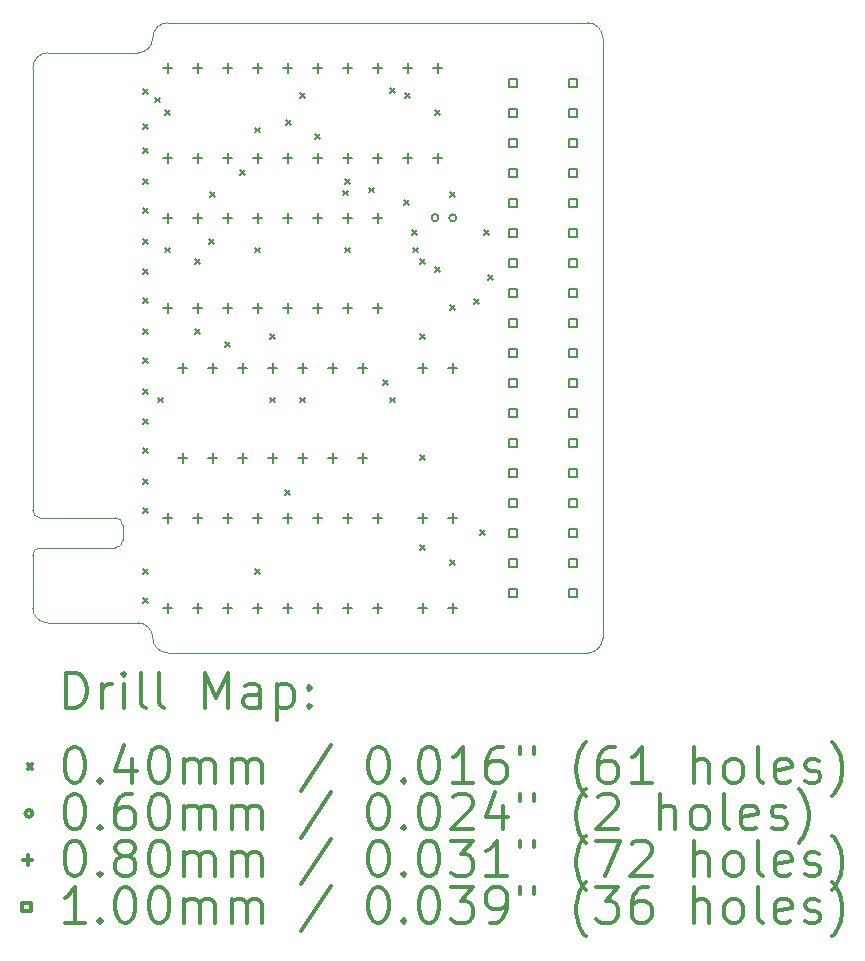
<source format=gbr>
%FSLAX45Y45*%
G04 Gerber Fmt 4.5, Leading zero omitted, Abs format (unit mm)*
G04 Created by KiCad (PCBNEW (5.1.2-1)-1) date 2023-07-30 19:24:19*
%MOMM*%
%LPD*%
G04 APERTURE LIST*
%ADD10C,0.050000*%
%ADD11C,0.200000*%
%ADD12C,0.300000*%
G04 APERTURE END LIST*
D10*
X2540000Y-6540500D02*
G75*
G02X2603500Y-6477000I63500J0D01*
G01*
X3302000Y-6413500D02*
G75*
G02X3238500Y-6477000I-63500J0D01*
G01*
X3238500Y-6223000D02*
G75*
G02X3302000Y-6286500I0J-63500D01*
G01*
X2603500Y-6223000D02*
G75*
G02X2540000Y-6159500I0J63500D01*
G01*
X3556000Y-2159000D02*
G75*
G02X3429000Y-2286000I-127000J0D01*
G01*
X3556000Y-2159000D02*
G75*
G02X3683000Y-2032000I127000J0D01*
G01*
X7239000Y-2032000D02*
G75*
G02X7366000Y-2159000I0J-127000D01*
G01*
X7366000Y-7239000D02*
G75*
G02X7239000Y-7366000I-127000J0D01*
G01*
X3683000Y-7366000D02*
G75*
G02X3556000Y-7239000I0J127000D01*
G01*
X3429000Y-7112000D02*
G75*
G02X3556000Y-7239000I0J-127000D01*
G01*
X2667000Y-7112000D02*
G75*
G02X2540000Y-6985000I0J127000D01*
G01*
X2540000Y-2413000D02*
G75*
G02X2667000Y-2286000I127000J0D01*
G01*
X2540000Y-6159500D02*
X2540000Y-2413000D01*
X3238500Y-6223000D02*
X2603500Y-6223000D01*
X3302000Y-6413500D02*
X3302000Y-6286500D01*
X2603500Y-6477000D02*
X3238500Y-6477000D01*
X2540000Y-6985000D02*
X2540000Y-6540500D01*
X3429000Y-7112000D02*
X2667000Y-7112000D01*
X7239000Y-7366000D02*
X3683000Y-7366000D01*
X7366000Y-2159000D02*
X7366000Y-7239000D01*
X3683000Y-2032000D02*
X7239000Y-2032000D01*
X2667000Y-2286000D02*
X3429000Y-2286000D01*
D11*
X3472500Y-2592500D02*
X3512500Y-2632500D01*
X3512500Y-2592500D02*
X3472500Y-2632500D01*
X3472500Y-2892000D02*
X3512500Y-2932000D01*
X3512500Y-2892000D02*
X3472500Y-2932000D01*
X3472500Y-3091500D02*
X3512500Y-3131500D01*
X3512500Y-3091500D02*
X3472500Y-3131500D01*
X3472500Y-3354500D02*
X3512500Y-3394500D01*
X3512500Y-3354500D02*
X3472500Y-3394500D01*
X3472500Y-3599500D02*
X3512500Y-3639500D01*
X3512500Y-3599500D02*
X3472500Y-3639500D01*
X3472500Y-3862500D02*
X3512500Y-3902500D01*
X3512500Y-3862500D02*
X3472500Y-3902500D01*
X3472500Y-4116500D02*
X3512500Y-4156500D01*
X3512500Y-4116500D02*
X3472500Y-4156500D01*
X3472500Y-4361500D02*
X3512500Y-4401500D01*
X3512500Y-4361500D02*
X3472500Y-4401500D01*
X3472500Y-4624500D02*
X3512500Y-4664500D01*
X3512500Y-4624500D02*
X3472500Y-4664500D01*
X3472500Y-4869500D02*
X3512500Y-4909500D01*
X3512500Y-4869500D02*
X3472500Y-4909500D01*
X3472500Y-5132500D02*
X3512500Y-5172500D01*
X3512500Y-5132500D02*
X3472500Y-5172500D01*
X3472500Y-5386500D02*
X3512500Y-5426500D01*
X3512500Y-5386500D02*
X3472500Y-5426500D01*
X3472500Y-5631500D02*
X3512500Y-5671500D01*
X3512500Y-5631500D02*
X3472500Y-5671500D01*
X3472500Y-5894500D02*
X3512500Y-5934500D01*
X3512500Y-5894500D02*
X3472500Y-5934500D01*
X3472500Y-6139500D02*
X3512500Y-6179500D01*
X3512500Y-6139500D02*
X3472500Y-6179500D01*
X3472500Y-6656500D02*
X3512500Y-6696500D01*
X3512500Y-6656500D02*
X3472500Y-6696500D01*
X3472500Y-6901500D02*
X3512500Y-6941500D01*
X3512500Y-6901500D02*
X3472500Y-6941500D01*
X3578000Y-2666257D02*
X3618000Y-2706257D01*
X3618000Y-2666257D02*
X3578000Y-2706257D01*
X3599500Y-5205000D02*
X3639500Y-5245000D01*
X3639500Y-5205000D02*
X3599500Y-5245000D01*
X3663000Y-2774000D02*
X3703000Y-2814000D01*
X3703000Y-2774000D02*
X3663000Y-2814000D01*
X3663000Y-3935000D02*
X3703000Y-3975000D01*
X3703000Y-3935000D02*
X3663000Y-3975000D01*
X3917000Y-4035000D02*
X3957000Y-4075000D01*
X3957000Y-4035000D02*
X3917000Y-4075000D01*
X3917000Y-4624999D02*
X3957000Y-4664999D01*
X3957000Y-4624999D02*
X3917000Y-4664999D01*
X4035000Y-3862500D02*
X4075000Y-3902500D01*
X4075000Y-3862500D02*
X4035000Y-3902500D01*
X4044000Y-3463500D02*
X4084000Y-3503500D01*
X4084000Y-3463500D02*
X4044000Y-3503500D01*
X4171000Y-4733500D02*
X4211000Y-4773500D01*
X4211000Y-4733500D02*
X4171000Y-4773500D01*
X4298000Y-3282000D02*
X4338000Y-3322000D01*
X4338000Y-3282000D02*
X4298000Y-3322000D01*
X4425000Y-2919000D02*
X4465000Y-2959000D01*
X4465000Y-2919000D02*
X4425000Y-2959000D01*
X4425000Y-3935000D02*
X4465000Y-3975000D01*
X4465000Y-3935000D02*
X4425000Y-3975000D01*
X4425000Y-6656500D02*
X4465000Y-6696500D01*
X4465000Y-6656500D02*
X4425000Y-6696500D01*
X4552000Y-4670000D02*
X4592000Y-4710000D01*
X4592000Y-4670000D02*
X4552000Y-4710000D01*
X4552000Y-5205000D02*
X4592000Y-5245000D01*
X4592000Y-5205000D02*
X4552000Y-5245000D01*
X4679000Y-5991000D02*
X4719000Y-6031000D01*
X4719000Y-5991000D02*
X4679000Y-6031000D01*
X4688000Y-2859000D02*
X4728000Y-2899000D01*
X4728000Y-2859000D02*
X4688000Y-2899000D01*
X4806000Y-2629000D02*
X4846000Y-2669000D01*
X4846000Y-2629000D02*
X4806000Y-2669000D01*
X4806000Y-5205000D02*
X4846000Y-5245000D01*
X4846000Y-5205000D02*
X4806000Y-5245000D01*
X4933000Y-2973500D02*
X4973000Y-3013500D01*
X4973000Y-2973500D02*
X4933000Y-3013500D01*
X5167485Y-3452985D02*
X5207485Y-3492985D01*
X5207485Y-3452985D02*
X5167485Y-3492985D01*
X5187000Y-3354500D02*
X5227000Y-3394500D01*
X5227000Y-3354500D02*
X5187000Y-3394500D01*
X5187000Y-3935000D02*
X5227000Y-3975000D01*
X5227000Y-3935000D02*
X5187000Y-3975000D01*
X5386500Y-3427000D02*
X5426500Y-3467000D01*
X5426500Y-3427000D02*
X5386500Y-3467000D01*
X5504500Y-5060000D02*
X5544500Y-5100000D01*
X5544500Y-5060000D02*
X5504500Y-5100000D01*
X5568000Y-2583500D02*
X5608000Y-2623500D01*
X5608000Y-2583500D02*
X5568000Y-2623500D01*
X5568000Y-5205000D02*
X5608000Y-5245000D01*
X5608000Y-5205000D02*
X5568000Y-5245000D01*
X5686000Y-3536000D02*
X5726000Y-3576000D01*
X5726000Y-3536000D02*
X5686000Y-3576000D01*
X5695000Y-2629000D02*
X5735000Y-2669000D01*
X5735000Y-2629000D02*
X5695000Y-2669000D01*
X5749500Y-3790000D02*
X5789500Y-3830000D01*
X5789500Y-3790000D02*
X5749500Y-3830000D01*
X5758500Y-3935000D02*
X5798500Y-3975000D01*
X5798500Y-3935000D02*
X5758500Y-3975000D01*
X5822000Y-4035000D02*
X5862000Y-4075000D01*
X5862000Y-4035000D02*
X5822000Y-4075000D01*
X5822000Y-4670000D02*
X5862000Y-4710000D01*
X5862000Y-4670000D02*
X5822000Y-4710000D01*
X5822000Y-5695000D02*
X5862000Y-5735000D01*
X5862000Y-5695000D02*
X5822000Y-5735000D01*
X5822000Y-6457000D02*
X5862000Y-6497000D01*
X5862000Y-6457000D02*
X5822000Y-6497000D01*
X5949000Y-2774000D02*
X5989000Y-2814000D01*
X5989000Y-2774000D02*
X5949000Y-2814000D01*
X5949000Y-4098500D02*
X5989000Y-4138500D01*
X5989000Y-4098500D02*
X5949000Y-4138500D01*
X6076000Y-3463500D02*
X6116000Y-3503500D01*
X6116000Y-3463500D02*
X6076000Y-3503500D01*
X6076000Y-4425000D02*
X6116000Y-4465000D01*
X6116000Y-4425000D02*
X6076000Y-4465000D01*
X6076000Y-6584000D02*
X6116000Y-6624000D01*
X6116000Y-6584000D02*
X6076000Y-6624000D01*
X6275500Y-4370500D02*
X6315500Y-4410500D01*
X6315500Y-4370500D02*
X6275500Y-4410500D01*
X6330000Y-6330000D02*
X6370000Y-6370000D01*
X6370000Y-6330000D02*
X6330000Y-6370000D01*
X6360500Y-3790000D02*
X6400500Y-3830000D01*
X6400500Y-3790000D02*
X6360500Y-3830000D01*
X6393500Y-4171000D02*
X6433500Y-4211000D01*
X6433500Y-4171000D02*
X6393500Y-4211000D01*
X5976000Y-3683000D02*
G75*
G03X5976000Y-3683000I-30000J0D01*
G01*
X6126000Y-3683000D02*
G75*
G03X6126000Y-3683000I-30000J0D01*
G01*
X5842000Y-4913000D02*
X5842000Y-4993000D01*
X5802000Y-4953000D02*
X5882000Y-4953000D01*
X6096000Y-4913000D02*
X6096000Y-4993000D01*
X6056000Y-4953000D02*
X6136000Y-4953000D01*
X3683000Y-6183000D02*
X3683000Y-6263000D01*
X3643000Y-6223000D02*
X3723000Y-6223000D01*
X3683000Y-6945000D02*
X3683000Y-7025000D01*
X3643000Y-6985000D02*
X3723000Y-6985000D01*
X3937000Y-6183000D02*
X3937000Y-6263000D01*
X3897000Y-6223000D02*
X3977000Y-6223000D01*
X3937000Y-6945000D02*
X3937000Y-7025000D01*
X3897000Y-6985000D02*
X3977000Y-6985000D01*
X4191000Y-6183000D02*
X4191000Y-6263000D01*
X4151000Y-6223000D02*
X4231000Y-6223000D01*
X4191000Y-6945000D02*
X4191000Y-7025000D01*
X4151000Y-6985000D02*
X4231000Y-6985000D01*
X4445000Y-6183000D02*
X4445000Y-6263000D01*
X4405000Y-6223000D02*
X4485000Y-6223000D01*
X4445000Y-6945000D02*
X4445000Y-7025000D01*
X4405000Y-6985000D02*
X4485000Y-6985000D01*
X4699000Y-6183000D02*
X4699000Y-6263000D01*
X4659000Y-6223000D02*
X4739000Y-6223000D01*
X4699000Y-6945000D02*
X4699000Y-7025000D01*
X4659000Y-6985000D02*
X4739000Y-6985000D01*
X4953000Y-6183000D02*
X4953000Y-6263000D01*
X4913000Y-6223000D02*
X4993000Y-6223000D01*
X4953000Y-6945000D02*
X4953000Y-7025000D01*
X4913000Y-6985000D02*
X4993000Y-6985000D01*
X5207000Y-6183000D02*
X5207000Y-6263000D01*
X5167000Y-6223000D02*
X5247000Y-6223000D01*
X5207000Y-6945000D02*
X5207000Y-7025000D01*
X5167000Y-6985000D02*
X5247000Y-6985000D01*
X5461000Y-6183000D02*
X5461000Y-6263000D01*
X5421000Y-6223000D02*
X5501000Y-6223000D01*
X5461000Y-6945000D02*
X5461000Y-7025000D01*
X5421000Y-6985000D02*
X5501000Y-6985000D01*
X3810000Y-4913000D02*
X3810000Y-4993000D01*
X3770000Y-4953000D02*
X3850000Y-4953000D01*
X3810000Y-5675000D02*
X3810000Y-5755000D01*
X3770000Y-5715000D02*
X3850000Y-5715000D01*
X4064000Y-4913000D02*
X4064000Y-4993000D01*
X4024000Y-4953000D02*
X4104000Y-4953000D01*
X4064000Y-5675000D02*
X4064000Y-5755000D01*
X4024000Y-5715000D02*
X4104000Y-5715000D01*
X4318000Y-4913000D02*
X4318000Y-4993000D01*
X4278000Y-4953000D02*
X4358000Y-4953000D01*
X4318000Y-5675000D02*
X4318000Y-5755000D01*
X4278000Y-5715000D02*
X4358000Y-5715000D01*
X4572000Y-4913000D02*
X4572000Y-4993000D01*
X4532000Y-4953000D02*
X4612000Y-4953000D01*
X4572000Y-5675000D02*
X4572000Y-5755000D01*
X4532000Y-5715000D02*
X4612000Y-5715000D01*
X4826000Y-4913000D02*
X4826000Y-4993000D01*
X4786000Y-4953000D02*
X4866000Y-4953000D01*
X4826000Y-5675000D02*
X4826000Y-5755000D01*
X4786000Y-5715000D02*
X4866000Y-5715000D01*
X5080000Y-4913000D02*
X5080000Y-4993000D01*
X5040000Y-4953000D02*
X5120000Y-4953000D01*
X5080000Y-5675000D02*
X5080000Y-5755000D01*
X5040000Y-5715000D02*
X5120000Y-5715000D01*
X5334000Y-4913000D02*
X5334000Y-4993000D01*
X5294000Y-4953000D02*
X5374000Y-4953000D01*
X5334000Y-5675000D02*
X5334000Y-5755000D01*
X5294000Y-5715000D02*
X5374000Y-5715000D01*
X3683000Y-3643000D02*
X3683000Y-3723000D01*
X3643000Y-3683000D02*
X3723000Y-3683000D01*
X3683000Y-4405000D02*
X3683000Y-4485000D01*
X3643000Y-4445000D02*
X3723000Y-4445000D01*
X3937000Y-3643000D02*
X3937000Y-3723000D01*
X3897000Y-3683000D02*
X3977000Y-3683000D01*
X3937000Y-4405000D02*
X3937000Y-4485000D01*
X3897000Y-4445000D02*
X3977000Y-4445000D01*
X4191000Y-3643000D02*
X4191000Y-3723000D01*
X4151000Y-3683000D02*
X4231000Y-3683000D01*
X4191000Y-4405000D02*
X4191000Y-4485000D01*
X4151000Y-4445000D02*
X4231000Y-4445000D01*
X4445000Y-3643000D02*
X4445000Y-3723000D01*
X4405000Y-3683000D02*
X4485000Y-3683000D01*
X4445000Y-4405000D02*
X4445000Y-4485000D01*
X4405000Y-4445000D02*
X4485000Y-4445000D01*
X4699000Y-3643000D02*
X4699000Y-3723000D01*
X4659000Y-3683000D02*
X4739000Y-3683000D01*
X4699000Y-4405000D02*
X4699000Y-4485000D01*
X4659000Y-4445000D02*
X4739000Y-4445000D01*
X4953000Y-3643000D02*
X4953000Y-3723000D01*
X4913000Y-3683000D02*
X4993000Y-3683000D01*
X4953000Y-4405000D02*
X4953000Y-4485000D01*
X4913000Y-4445000D02*
X4993000Y-4445000D01*
X5207000Y-3643000D02*
X5207000Y-3723000D01*
X5167000Y-3683000D02*
X5247000Y-3683000D01*
X5207000Y-4405000D02*
X5207000Y-4485000D01*
X5167000Y-4445000D02*
X5247000Y-4445000D01*
X5461000Y-3643000D02*
X5461000Y-3723000D01*
X5421000Y-3683000D02*
X5501000Y-3683000D01*
X5461000Y-4405000D02*
X5461000Y-4485000D01*
X5421000Y-4445000D02*
X5501000Y-4445000D01*
X3683000Y-2373000D02*
X3683000Y-2453000D01*
X3643000Y-2413000D02*
X3723000Y-2413000D01*
X3683000Y-3135000D02*
X3683000Y-3215000D01*
X3643000Y-3175000D02*
X3723000Y-3175000D01*
X3937000Y-2373000D02*
X3937000Y-2453000D01*
X3897000Y-2413000D02*
X3977000Y-2413000D01*
X3937000Y-3135000D02*
X3937000Y-3215000D01*
X3897000Y-3175000D02*
X3977000Y-3175000D01*
X4191000Y-2373000D02*
X4191000Y-2453000D01*
X4151000Y-2413000D02*
X4231000Y-2413000D01*
X4191000Y-3135000D02*
X4191000Y-3215000D01*
X4151000Y-3175000D02*
X4231000Y-3175000D01*
X4445000Y-2373000D02*
X4445000Y-2453000D01*
X4405000Y-2413000D02*
X4485000Y-2413000D01*
X4445000Y-3135000D02*
X4445000Y-3215000D01*
X4405000Y-3175000D02*
X4485000Y-3175000D01*
X4699000Y-2373000D02*
X4699000Y-2453000D01*
X4659000Y-2413000D02*
X4739000Y-2413000D01*
X4699000Y-3135000D02*
X4699000Y-3215000D01*
X4659000Y-3175000D02*
X4739000Y-3175000D01*
X4953000Y-2373000D02*
X4953000Y-2453000D01*
X4913000Y-2413000D02*
X4993000Y-2413000D01*
X4953000Y-3135000D02*
X4953000Y-3215000D01*
X4913000Y-3175000D02*
X4993000Y-3175000D01*
X5207000Y-2373000D02*
X5207000Y-2453000D01*
X5167000Y-2413000D02*
X5247000Y-2413000D01*
X5207000Y-3135000D02*
X5207000Y-3215000D01*
X5167000Y-3175000D02*
X5247000Y-3175000D01*
X5461000Y-2373000D02*
X5461000Y-2453000D01*
X5421000Y-2413000D02*
X5501000Y-2413000D01*
X5461000Y-3135000D02*
X5461000Y-3215000D01*
X5421000Y-3175000D02*
X5501000Y-3175000D01*
X5715000Y-2373000D02*
X5715000Y-2453000D01*
X5675000Y-2413000D02*
X5755000Y-2413000D01*
X5715000Y-3135000D02*
X5715000Y-3215000D01*
X5675000Y-3175000D02*
X5755000Y-3175000D01*
X5969000Y-2373000D02*
X5969000Y-2453000D01*
X5929000Y-2413000D02*
X6009000Y-2413000D01*
X5969000Y-3135000D02*
X5969000Y-3215000D01*
X5929000Y-3175000D02*
X6009000Y-3175000D01*
X5842000Y-6945000D02*
X5842000Y-7025000D01*
X5802000Y-6985000D02*
X5882000Y-6985000D01*
X6096000Y-6945000D02*
X6096000Y-7025000D01*
X6056000Y-6985000D02*
X6136000Y-6985000D01*
X5842000Y-6183000D02*
X5842000Y-6263000D01*
X5802000Y-6223000D02*
X5882000Y-6223000D01*
X6096000Y-6183000D02*
X6096000Y-6263000D01*
X6056000Y-6223000D02*
X6136000Y-6223000D01*
X6639356Y-2575356D02*
X6639356Y-2504644D01*
X6568644Y-2504644D01*
X6568644Y-2575356D01*
X6639356Y-2575356D01*
X6639356Y-2829356D02*
X6639356Y-2758644D01*
X6568644Y-2758644D01*
X6568644Y-2829356D01*
X6639356Y-2829356D01*
X6639356Y-3083356D02*
X6639356Y-3012644D01*
X6568644Y-3012644D01*
X6568644Y-3083356D01*
X6639356Y-3083356D01*
X6639356Y-3337356D02*
X6639356Y-3266644D01*
X6568644Y-3266644D01*
X6568644Y-3337356D01*
X6639356Y-3337356D01*
X6639356Y-3591356D02*
X6639356Y-3520644D01*
X6568644Y-3520644D01*
X6568644Y-3591356D01*
X6639356Y-3591356D01*
X6639356Y-3845356D02*
X6639356Y-3774644D01*
X6568644Y-3774644D01*
X6568644Y-3845356D01*
X6639356Y-3845356D01*
X6639356Y-4099356D02*
X6639356Y-4028644D01*
X6568644Y-4028644D01*
X6568644Y-4099356D01*
X6639356Y-4099356D01*
X6639356Y-4353356D02*
X6639356Y-4282644D01*
X6568644Y-4282644D01*
X6568644Y-4353356D01*
X6639356Y-4353356D01*
X6639356Y-4607356D02*
X6639356Y-4536644D01*
X6568644Y-4536644D01*
X6568644Y-4607356D01*
X6639356Y-4607356D01*
X6639356Y-4861356D02*
X6639356Y-4790644D01*
X6568644Y-4790644D01*
X6568644Y-4861356D01*
X6639356Y-4861356D01*
X6639356Y-5115356D02*
X6639356Y-5044644D01*
X6568644Y-5044644D01*
X6568644Y-5115356D01*
X6639356Y-5115356D01*
X6639356Y-5369356D02*
X6639356Y-5298644D01*
X6568644Y-5298644D01*
X6568644Y-5369356D01*
X6639356Y-5369356D01*
X6639356Y-5623356D02*
X6639356Y-5552644D01*
X6568644Y-5552644D01*
X6568644Y-5623356D01*
X6639356Y-5623356D01*
X6639356Y-5877356D02*
X6639356Y-5806644D01*
X6568644Y-5806644D01*
X6568644Y-5877356D01*
X6639356Y-5877356D01*
X6639356Y-6131356D02*
X6639356Y-6060644D01*
X6568644Y-6060644D01*
X6568644Y-6131356D01*
X6639356Y-6131356D01*
X6639356Y-6385356D02*
X6639356Y-6314644D01*
X6568644Y-6314644D01*
X6568644Y-6385356D01*
X6639356Y-6385356D01*
X6639356Y-6639356D02*
X6639356Y-6568644D01*
X6568644Y-6568644D01*
X6568644Y-6639356D01*
X6639356Y-6639356D01*
X6639356Y-6893356D02*
X6639356Y-6822644D01*
X6568644Y-6822644D01*
X6568644Y-6893356D01*
X6639356Y-6893356D01*
X7147356Y-2575356D02*
X7147356Y-2504644D01*
X7076644Y-2504644D01*
X7076644Y-2575356D01*
X7147356Y-2575356D01*
X7147356Y-2829356D02*
X7147356Y-2758644D01*
X7076644Y-2758644D01*
X7076644Y-2829356D01*
X7147356Y-2829356D01*
X7147356Y-3083356D02*
X7147356Y-3012644D01*
X7076644Y-3012644D01*
X7076644Y-3083356D01*
X7147356Y-3083356D01*
X7147356Y-3337356D02*
X7147356Y-3266644D01*
X7076644Y-3266644D01*
X7076644Y-3337356D01*
X7147356Y-3337356D01*
X7147356Y-3591356D02*
X7147356Y-3520644D01*
X7076644Y-3520644D01*
X7076644Y-3591356D01*
X7147356Y-3591356D01*
X7147356Y-3845356D02*
X7147356Y-3774644D01*
X7076644Y-3774644D01*
X7076644Y-3845356D01*
X7147356Y-3845356D01*
X7147356Y-4099356D02*
X7147356Y-4028644D01*
X7076644Y-4028644D01*
X7076644Y-4099356D01*
X7147356Y-4099356D01*
X7147356Y-4353356D02*
X7147356Y-4282644D01*
X7076644Y-4282644D01*
X7076644Y-4353356D01*
X7147356Y-4353356D01*
X7147356Y-4607356D02*
X7147356Y-4536644D01*
X7076644Y-4536644D01*
X7076644Y-4607356D01*
X7147356Y-4607356D01*
X7147356Y-4861356D02*
X7147356Y-4790644D01*
X7076644Y-4790644D01*
X7076644Y-4861356D01*
X7147356Y-4861356D01*
X7147356Y-5115356D02*
X7147356Y-5044644D01*
X7076644Y-5044644D01*
X7076644Y-5115356D01*
X7147356Y-5115356D01*
X7147356Y-5369356D02*
X7147356Y-5298644D01*
X7076644Y-5298644D01*
X7076644Y-5369356D01*
X7147356Y-5369356D01*
X7147356Y-5623356D02*
X7147356Y-5552644D01*
X7076644Y-5552644D01*
X7076644Y-5623356D01*
X7147356Y-5623356D01*
X7147356Y-5877356D02*
X7147356Y-5806644D01*
X7076644Y-5806644D01*
X7076644Y-5877356D01*
X7147356Y-5877356D01*
X7147356Y-6131356D02*
X7147356Y-6060644D01*
X7076644Y-6060644D01*
X7076644Y-6131356D01*
X7147356Y-6131356D01*
X7147356Y-6385356D02*
X7147356Y-6314644D01*
X7076644Y-6314644D01*
X7076644Y-6385356D01*
X7147356Y-6385356D01*
X7147356Y-6639356D02*
X7147356Y-6568644D01*
X7076644Y-6568644D01*
X7076644Y-6639356D01*
X7147356Y-6639356D01*
X7147356Y-6893356D02*
X7147356Y-6822644D01*
X7076644Y-6822644D01*
X7076644Y-6893356D01*
X7147356Y-6893356D01*
D12*
X2823928Y-7834214D02*
X2823928Y-7534214D01*
X2895357Y-7534214D01*
X2938214Y-7548500D01*
X2966786Y-7577071D01*
X2981071Y-7605643D01*
X2995357Y-7662786D01*
X2995357Y-7705643D01*
X2981071Y-7762786D01*
X2966786Y-7791357D01*
X2938214Y-7819929D01*
X2895357Y-7834214D01*
X2823928Y-7834214D01*
X3123928Y-7834214D02*
X3123928Y-7634214D01*
X3123928Y-7691357D02*
X3138214Y-7662786D01*
X3152500Y-7648500D01*
X3181071Y-7634214D01*
X3209643Y-7634214D01*
X3309643Y-7834214D02*
X3309643Y-7634214D01*
X3309643Y-7534214D02*
X3295357Y-7548500D01*
X3309643Y-7562786D01*
X3323928Y-7548500D01*
X3309643Y-7534214D01*
X3309643Y-7562786D01*
X3495357Y-7834214D02*
X3466786Y-7819929D01*
X3452500Y-7791357D01*
X3452500Y-7534214D01*
X3652500Y-7834214D02*
X3623928Y-7819929D01*
X3609643Y-7791357D01*
X3609643Y-7534214D01*
X3995357Y-7834214D02*
X3995357Y-7534214D01*
X4095357Y-7748500D01*
X4195357Y-7534214D01*
X4195357Y-7834214D01*
X4466786Y-7834214D02*
X4466786Y-7677071D01*
X4452500Y-7648500D01*
X4423928Y-7634214D01*
X4366786Y-7634214D01*
X4338214Y-7648500D01*
X4466786Y-7819929D02*
X4438214Y-7834214D01*
X4366786Y-7834214D01*
X4338214Y-7819929D01*
X4323928Y-7791357D01*
X4323928Y-7762786D01*
X4338214Y-7734214D01*
X4366786Y-7719929D01*
X4438214Y-7719929D01*
X4466786Y-7705643D01*
X4609643Y-7634214D02*
X4609643Y-7934214D01*
X4609643Y-7648500D02*
X4638214Y-7634214D01*
X4695357Y-7634214D01*
X4723928Y-7648500D01*
X4738214Y-7662786D01*
X4752500Y-7691357D01*
X4752500Y-7777071D01*
X4738214Y-7805643D01*
X4723928Y-7819929D01*
X4695357Y-7834214D01*
X4638214Y-7834214D01*
X4609643Y-7819929D01*
X4881071Y-7805643D02*
X4895357Y-7819929D01*
X4881071Y-7834214D01*
X4866786Y-7819929D01*
X4881071Y-7805643D01*
X4881071Y-7834214D01*
X4881071Y-7648500D02*
X4895357Y-7662786D01*
X4881071Y-7677071D01*
X4866786Y-7662786D01*
X4881071Y-7648500D01*
X4881071Y-7677071D01*
X2497500Y-8308500D02*
X2537500Y-8348500D01*
X2537500Y-8308500D02*
X2497500Y-8348500D01*
X2881071Y-8164214D02*
X2909643Y-8164214D01*
X2938214Y-8178500D01*
X2952500Y-8192786D01*
X2966786Y-8221357D01*
X2981071Y-8278500D01*
X2981071Y-8349929D01*
X2966786Y-8407072D01*
X2952500Y-8435643D01*
X2938214Y-8449929D01*
X2909643Y-8464214D01*
X2881071Y-8464214D01*
X2852500Y-8449929D01*
X2838214Y-8435643D01*
X2823928Y-8407072D01*
X2809643Y-8349929D01*
X2809643Y-8278500D01*
X2823928Y-8221357D01*
X2838214Y-8192786D01*
X2852500Y-8178500D01*
X2881071Y-8164214D01*
X3109643Y-8435643D02*
X3123928Y-8449929D01*
X3109643Y-8464214D01*
X3095357Y-8449929D01*
X3109643Y-8435643D01*
X3109643Y-8464214D01*
X3381071Y-8264214D02*
X3381071Y-8464214D01*
X3309643Y-8149929D02*
X3238214Y-8364214D01*
X3423928Y-8364214D01*
X3595357Y-8164214D02*
X3623928Y-8164214D01*
X3652500Y-8178500D01*
X3666786Y-8192786D01*
X3681071Y-8221357D01*
X3695357Y-8278500D01*
X3695357Y-8349929D01*
X3681071Y-8407072D01*
X3666786Y-8435643D01*
X3652500Y-8449929D01*
X3623928Y-8464214D01*
X3595357Y-8464214D01*
X3566786Y-8449929D01*
X3552500Y-8435643D01*
X3538214Y-8407072D01*
X3523928Y-8349929D01*
X3523928Y-8278500D01*
X3538214Y-8221357D01*
X3552500Y-8192786D01*
X3566786Y-8178500D01*
X3595357Y-8164214D01*
X3823928Y-8464214D02*
X3823928Y-8264214D01*
X3823928Y-8292786D02*
X3838214Y-8278500D01*
X3866786Y-8264214D01*
X3909643Y-8264214D01*
X3938214Y-8278500D01*
X3952500Y-8307071D01*
X3952500Y-8464214D01*
X3952500Y-8307071D02*
X3966786Y-8278500D01*
X3995357Y-8264214D01*
X4038214Y-8264214D01*
X4066786Y-8278500D01*
X4081071Y-8307071D01*
X4081071Y-8464214D01*
X4223928Y-8464214D02*
X4223928Y-8264214D01*
X4223928Y-8292786D02*
X4238214Y-8278500D01*
X4266786Y-8264214D01*
X4309643Y-8264214D01*
X4338214Y-8278500D01*
X4352500Y-8307071D01*
X4352500Y-8464214D01*
X4352500Y-8307071D02*
X4366786Y-8278500D01*
X4395357Y-8264214D01*
X4438214Y-8264214D01*
X4466786Y-8278500D01*
X4481071Y-8307071D01*
X4481071Y-8464214D01*
X5066786Y-8149929D02*
X4809643Y-8535643D01*
X5452500Y-8164214D02*
X5481071Y-8164214D01*
X5509643Y-8178500D01*
X5523928Y-8192786D01*
X5538214Y-8221357D01*
X5552500Y-8278500D01*
X5552500Y-8349929D01*
X5538214Y-8407072D01*
X5523928Y-8435643D01*
X5509643Y-8449929D01*
X5481071Y-8464214D01*
X5452500Y-8464214D01*
X5423928Y-8449929D01*
X5409643Y-8435643D01*
X5395357Y-8407072D01*
X5381071Y-8349929D01*
X5381071Y-8278500D01*
X5395357Y-8221357D01*
X5409643Y-8192786D01*
X5423928Y-8178500D01*
X5452500Y-8164214D01*
X5681071Y-8435643D02*
X5695357Y-8449929D01*
X5681071Y-8464214D01*
X5666786Y-8449929D01*
X5681071Y-8435643D01*
X5681071Y-8464214D01*
X5881071Y-8164214D02*
X5909643Y-8164214D01*
X5938214Y-8178500D01*
X5952500Y-8192786D01*
X5966786Y-8221357D01*
X5981071Y-8278500D01*
X5981071Y-8349929D01*
X5966786Y-8407072D01*
X5952500Y-8435643D01*
X5938214Y-8449929D01*
X5909643Y-8464214D01*
X5881071Y-8464214D01*
X5852500Y-8449929D01*
X5838214Y-8435643D01*
X5823928Y-8407072D01*
X5809643Y-8349929D01*
X5809643Y-8278500D01*
X5823928Y-8221357D01*
X5838214Y-8192786D01*
X5852500Y-8178500D01*
X5881071Y-8164214D01*
X6266786Y-8464214D02*
X6095357Y-8464214D01*
X6181071Y-8464214D02*
X6181071Y-8164214D01*
X6152500Y-8207071D01*
X6123928Y-8235643D01*
X6095357Y-8249929D01*
X6523928Y-8164214D02*
X6466786Y-8164214D01*
X6438214Y-8178500D01*
X6423928Y-8192786D01*
X6395357Y-8235643D01*
X6381071Y-8292786D01*
X6381071Y-8407072D01*
X6395357Y-8435643D01*
X6409643Y-8449929D01*
X6438214Y-8464214D01*
X6495357Y-8464214D01*
X6523928Y-8449929D01*
X6538214Y-8435643D01*
X6552500Y-8407072D01*
X6552500Y-8335643D01*
X6538214Y-8307071D01*
X6523928Y-8292786D01*
X6495357Y-8278500D01*
X6438214Y-8278500D01*
X6409643Y-8292786D01*
X6395357Y-8307071D01*
X6381071Y-8335643D01*
X6666786Y-8164214D02*
X6666786Y-8221357D01*
X6781071Y-8164214D02*
X6781071Y-8221357D01*
X7223928Y-8578500D02*
X7209643Y-8564214D01*
X7181071Y-8521357D01*
X7166786Y-8492786D01*
X7152500Y-8449929D01*
X7138214Y-8378500D01*
X7138214Y-8321357D01*
X7152500Y-8249929D01*
X7166786Y-8207071D01*
X7181071Y-8178500D01*
X7209643Y-8135643D01*
X7223928Y-8121357D01*
X7466786Y-8164214D02*
X7409643Y-8164214D01*
X7381071Y-8178500D01*
X7366786Y-8192786D01*
X7338214Y-8235643D01*
X7323928Y-8292786D01*
X7323928Y-8407072D01*
X7338214Y-8435643D01*
X7352500Y-8449929D01*
X7381071Y-8464214D01*
X7438214Y-8464214D01*
X7466786Y-8449929D01*
X7481071Y-8435643D01*
X7495357Y-8407072D01*
X7495357Y-8335643D01*
X7481071Y-8307071D01*
X7466786Y-8292786D01*
X7438214Y-8278500D01*
X7381071Y-8278500D01*
X7352500Y-8292786D01*
X7338214Y-8307071D01*
X7323928Y-8335643D01*
X7781071Y-8464214D02*
X7609643Y-8464214D01*
X7695357Y-8464214D02*
X7695357Y-8164214D01*
X7666786Y-8207071D01*
X7638214Y-8235643D01*
X7609643Y-8249929D01*
X8138214Y-8464214D02*
X8138214Y-8164214D01*
X8266786Y-8464214D02*
X8266786Y-8307071D01*
X8252500Y-8278500D01*
X8223928Y-8264214D01*
X8181071Y-8264214D01*
X8152500Y-8278500D01*
X8138214Y-8292786D01*
X8452500Y-8464214D02*
X8423928Y-8449929D01*
X8409643Y-8435643D01*
X8395357Y-8407072D01*
X8395357Y-8321357D01*
X8409643Y-8292786D01*
X8423928Y-8278500D01*
X8452500Y-8264214D01*
X8495357Y-8264214D01*
X8523928Y-8278500D01*
X8538214Y-8292786D01*
X8552500Y-8321357D01*
X8552500Y-8407072D01*
X8538214Y-8435643D01*
X8523928Y-8449929D01*
X8495357Y-8464214D01*
X8452500Y-8464214D01*
X8723928Y-8464214D02*
X8695357Y-8449929D01*
X8681071Y-8421357D01*
X8681071Y-8164214D01*
X8952500Y-8449929D02*
X8923928Y-8464214D01*
X8866786Y-8464214D01*
X8838214Y-8449929D01*
X8823928Y-8421357D01*
X8823928Y-8307071D01*
X8838214Y-8278500D01*
X8866786Y-8264214D01*
X8923928Y-8264214D01*
X8952500Y-8278500D01*
X8966786Y-8307071D01*
X8966786Y-8335643D01*
X8823928Y-8364214D01*
X9081071Y-8449929D02*
X9109643Y-8464214D01*
X9166786Y-8464214D01*
X9195357Y-8449929D01*
X9209643Y-8421357D01*
X9209643Y-8407072D01*
X9195357Y-8378500D01*
X9166786Y-8364214D01*
X9123928Y-8364214D01*
X9095357Y-8349929D01*
X9081071Y-8321357D01*
X9081071Y-8307071D01*
X9095357Y-8278500D01*
X9123928Y-8264214D01*
X9166786Y-8264214D01*
X9195357Y-8278500D01*
X9309643Y-8578500D02*
X9323928Y-8564214D01*
X9352500Y-8521357D01*
X9366786Y-8492786D01*
X9381071Y-8449929D01*
X9395357Y-8378500D01*
X9395357Y-8321357D01*
X9381071Y-8249929D01*
X9366786Y-8207071D01*
X9352500Y-8178500D01*
X9323928Y-8135643D01*
X9309643Y-8121357D01*
X2537500Y-8724500D02*
G75*
G03X2537500Y-8724500I-30000J0D01*
G01*
X2881071Y-8560214D02*
X2909643Y-8560214D01*
X2938214Y-8574500D01*
X2952500Y-8588786D01*
X2966786Y-8617357D01*
X2981071Y-8674500D01*
X2981071Y-8745929D01*
X2966786Y-8803072D01*
X2952500Y-8831643D01*
X2938214Y-8845929D01*
X2909643Y-8860214D01*
X2881071Y-8860214D01*
X2852500Y-8845929D01*
X2838214Y-8831643D01*
X2823928Y-8803072D01*
X2809643Y-8745929D01*
X2809643Y-8674500D01*
X2823928Y-8617357D01*
X2838214Y-8588786D01*
X2852500Y-8574500D01*
X2881071Y-8560214D01*
X3109643Y-8831643D02*
X3123928Y-8845929D01*
X3109643Y-8860214D01*
X3095357Y-8845929D01*
X3109643Y-8831643D01*
X3109643Y-8860214D01*
X3381071Y-8560214D02*
X3323928Y-8560214D01*
X3295357Y-8574500D01*
X3281071Y-8588786D01*
X3252500Y-8631643D01*
X3238214Y-8688786D01*
X3238214Y-8803072D01*
X3252500Y-8831643D01*
X3266786Y-8845929D01*
X3295357Y-8860214D01*
X3352500Y-8860214D01*
X3381071Y-8845929D01*
X3395357Y-8831643D01*
X3409643Y-8803072D01*
X3409643Y-8731643D01*
X3395357Y-8703072D01*
X3381071Y-8688786D01*
X3352500Y-8674500D01*
X3295357Y-8674500D01*
X3266786Y-8688786D01*
X3252500Y-8703072D01*
X3238214Y-8731643D01*
X3595357Y-8560214D02*
X3623928Y-8560214D01*
X3652500Y-8574500D01*
X3666786Y-8588786D01*
X3681071Y-8617357D01*
X3695357Y-8674500D01*
X3695357Y-8745929D01*
X3681071Y-8803072D01*
X3666786Y-8831643D01*
X3652500Y-8845929D01*
X3623928Y-8860214D01*
X3595357Y-8860214D01*
X3566786Y-8845929D01*
X3552500Y-8831643D01*
X3538214Y-8803072D01*
X3523928Y-8745929D01*
X3523928Y-8674500D01*
X3538214Y-8617357D01*
X3552500Y-8588786D01*
X3566786Y-8574500D01*
X3595357Y-8560214D01*
X3823928Y-8860214D02*
X3823928Y-8660214D01*
X3823928Y-8688786D02*
X3838214Y-8674500D01*
X3866786Y-8660214D01*
X3909643Y-8660214D01*
X3938214Y-8674500D01*
X3952500Y-8703072D01*
X3952500Y-8860214D01*
X3952500Y-8703072D02*
X3966786Y-8674500D01*
X3995357Y-8660214D01*
X4038214Y-8660214D01*
X4066786Y-8674500D01*
X4081071Y-8703072D01*
X4081071Y-8860214D01*
X4223928Y-8860214D02*
X4223928Y-8660214D01*
X4223928Y-8688786D02*
X4238214Y-8674500D01*
X4266786Y-8660214D01*
X4309643Y-8660214D01*
X4338214Y-8674500D01*
X4352500Y-8703072D01*
X4352500Y-8860214D01*
X4352500Y-8703072D02*
X4366786Y-8674500D01*
X4395357Y-8660214D01*
X4438214Y-8660214D01*
X4466786Y-8674500D01*
X4481071Y-8703072D01*
X4481071Y-8860214D01*
X5066786Y-8545929D02*
X4809643Y-8931643D01*
X5452500Y-8560214D02*
X5481071Y-8560214D01*
X5509643Y-8574500D01*
X5523928Y-8588786D01*
X5538214Y-8617357D01*
X5552500Y-8674500D01*
X5552500Y-8745929D01*
X5538214Y-8803072D01*
X5523928Y-8831643D01*
X5509643Y-8845929D01*
X5481071Y-8860214D01*
X5452500Y-8860214D01*
X5423928Y-8845929D01*
X5409643Y-8831643D01*
X5395357Y-8803072D01*
X5381071Y-8745929D01*
X5381071Y-8674500D01*
X5395357Y-8617357D01*
X5409643Y-8588786D01*
X5423928Y-8574500D01*
X5452500Y-8560214D01*
X5681071Y-8831643D02*
X5695357Y-8845929D01*
X5681071Y-8860214D01*
X5666786Y-8845929D01*
X5681071Y-8831643D01*
X5681071Y-8860214D01*
X5881071Y-8560214D02*
X5909643Y-8560214D01*
X5938214Y-8574500D01*
X5952500Y-8588786D01*
X5966786Y-8617357D01*
X5981071Y-8674500D01*
X5981071Y-8745929D01*
X5966786Y-8803072D01*
X5952500Y-8831643D01*
X5938214Y-8845929D01*
X5909643Y-8860214D01*
X5881071Y-8860214D01*
X5852500Y-8845929D01*
X5838214Y-8831643D01*
X5823928Y-8803072D01*
X5809643Y-8745929D01*
X5809643Y-8674500D01*
X5823928Y-8617357D01*
X5838214Y-8588786D01*
X5852500Y-8574500D01*
X5881071Y-8560214D01*
X6095357Y-8588786D02*
X6109643Y-8574500D01*
X6138214Y-8560214D01*
X6209643Y-8560214D01*
X6238214Y-8574500D01*
X6252500Y-8588786D01*
X6266786Y-8617357D01*
X6266786Y-8645929D01*
X6252500Y-8688786D01*
X6081071Y-8860214D01*
X6266786Y-8860214D01*
X6523928Y-8660214D02*
X6523928Y-8860214D01*
X6452500Y-8545929D02*
X6381071Y-8760214D01*
X6566786Y-8760214D01*
X6666786Y-8560214D02*
X6666786Y-8617357D01*
X6781071Y-8560214D02*
X6781071Y-8617357D01*
X7223928Y-8974500D02*
X7209643Y-8960214D01*
X7181071Y-8917357D01*
X7166786Y-8888786D01*
X7152500Y-8845929D01*
X7138214Y-8774500D01*
X7138214Y-8717357D01*
X7152500Y-8645929D01*
X7166786Y-8603072D01*
X7181071Y-8574500D01*
X7209643Y-8531643D01*
X7223928Y-8517357D01*
X7323928Y-8588786D02*
X7338214Y-8574500D01*
X7366786Y-8560214D01*
X7438214Y-8560214D01*
X7466786Y-8574500D01*
X7481071Y-8588786D01*
X7495357Y-8617357D01*
X7495357Y-8645929D01*
X7481071Y-8688786D01*
X7309643Y-8860214D01*
X7495357Y-8860214D01*
X7852500Y-8860214D02*
X7852500Y-8560214D01*
X7981071Y-8860214D02*
X7981071Y-8703072D01*
X7966786Y-8674500D01*
X7938214Y-8660214D01*
X7895357Y-8660214D01*
X7866786Y-8674500D01*
X7852500Y-8688786D01*
X8166786Y-8860214D02*
X8138214Y-8845929D01*
X8123928Y-8831643D01*
X8109643Y-8803072D01*
X8109643Y-8717357D01*
X8123928Y-8688786D01*
X8138214Y-8674500D01*
X8166786Y-8660214D01*
X8209643Y-8660214D01*
X8238214Y-8674500D01*
X8252500Y-8688786D01*
X8266786Y-8717357D01*
X8266786Y-8803072D01*
X8252500Y-8831643D01*
X8238214Y-8845929D01*
X8209643Y-8860214D01*
X8166786Y-8860214D01*
X8438214Y-8860214D02*
X8409643Y-8845929D01*
X8395357Y-8817357D01*
X8395357Y-8560214D01*
X8666786Y-8845929D02*
X8638214Y-8860214D01*
X8581071Y-8860214D01*
X8552500Y-8845929D01*
X8538214Y-8817357D01*
X8538214Y-8703072D01*
X8552500Y-8674500D01*
X8581071Y-8660214D01*
X8638214Y-8660214D01*
X8666786Y-8674500D01*
X8681071Y-8703072D01*
X8681071Y-8731643D01*
X8538214Y-8760214D01*
X8795357Y-8845929D02*
X8823928Y-8860214D01*
X8881071Y-8860214D01*
X8909643Y-8845929D01*
X8923928Y-8817357D01*
X8923928Y-8803072D01*
X8909643Y-8774500D01*
X8881071Y-8760214D01*
X8838214Y-8760214D01*
X8809643Y-8745929D01*
X8795357Y-8717357D01*
X8795357Y-8703072D01*
X8809643Y-8674500D01*
X8838214Y-8660214D01*
X8881071Y-8660214D01*
X8909643Y-8674500D01*
X9023928Y-8974500D02*
X9038214Y-8960214D01*
X9066786Y-8917357D01*
X9081071Y-8888786D01*
X9095357Y-8845929D01*
X9109643Y-8774500D01*
X9109643Y-8717357D01*
X9095357Y-8645929D01*
X9081071Y-8603072D01*
X9066786Y-8574500D01*
X9038214Y-8531643D01*
X9023928Y-8517357D01*
X2497500Y-9080500D02*
X2497500Y-9160500D01*
X2457500Y-9120500D02*
X2537500Y-9120500D01*
X2881071Y-8956214D02*
X2909643Y-8956214D01*
X2938214Y-8970500D01*
X2952500Y-8984786D01*
X2966786Y-9013357D01*
X2981071Y-9070500D01*
X2981071Y-9141929D01*
X2966786Y-9199072D01*
X2952500Y-9227643D01*
X2938214Y-9241929D01*
X2909643Y-9256214D01*
X2881071Y-9256214D01*
X2852500Y-9241929D01*
X2838214Y-9227643D01*
X2823928Y-9199072D01*
X2809643Y-9141929D01*
X2809643Y-9070500D01*
X2823928Y-9013357D01*
X2838214Y-8984786D01*
X2852500Y-8970500D01*
X2881071Y-8956214D01*
X3109643Y-9227643D02*
X3123928Y-9241929D01*
X3109643Y-9256214D01*
X3095357Y-9241929D01*
X3109643Y-9227643D01*
X3109643Y-9256214D01*
X3295357Y-9084786D02*
X3266786Y-9070500D01*
X3252500Y-9056214D01*
X3238214Y-9027643D01*
X3238214Y-9013357D01*
X3252500Y-8984786D01*
X3266786Y-8970500D01*
X3295357Y-8956214D01*
X3352500Y-8956214D01*
X3381071Y-8970500D01*
X3395357Y-8984786D01*
X3409643Y-9013357D01*
X3409643Y-9027643D01*
X3395357Y-9056214D01*
X3381071Y-9070500D01*
X3352500Y-9084786D01*
X3295357Y-9084786D01*
X3266786Y-9099072D01*
X3252500Y-9113357D01*
X3238214Y-9141929D01*
X3238214Y-9199072D01*
X3252500Y-9227643D01*
X3266786Y-9241929D01*
X3295357Y-9256214D01*
X3352500Y-9256214D01*
X3381071Y-9241929D01*
X3395357Y-9227643D01*
X3409643Y-9199072D01*
X3409643Y-9141929D01*
X3395357Y-9113357D01*
X3381071Y-9099072D01*
X3352500Y-9084786D01*
X3595357Y-8956214D02*
X3623928Y-8956214D01*
X3652500Y-8970500D01*
X3666786Y-8984786D01*
X3681071Y-9013357D01*
X3695357Y-9070500D01*
X3695357Y-9141929D01*
X3681071Y-9199072D01*
X3666786Y-9227643D01*
X3652500Y-9241929D01*
X3623928Y-9256214D01*
X3595357Y-9256214D01*
X3566786Y-9241929D01*
X3552500Y-9227643D01*
X3538214Y-9199072D01*
X3523928Y-9141929D01*
X3523928Y-9070500D01*
X3538214Y-9013357D01*
X3552500Y-8984786D01*
X3566786Y-8970500D01*
X3595357Y-8956214D01*
X3823928Y-9256214D02*
X3823928Y-9056214D01*
X3823928Y-9084786D02*
X3838214Y-9070500D01*
X3866786Y-9056214D01*
X3909643Y-9056214D01*
X3938214Y-9070500D01*
X3952500Y-9099072D01*
X3952500Y-9256214D01*
X3952500Y-9099072D02*
X3966786Y-9070500D01*
X3995357Y-9056214D01*
X4038214Y-9056214D01*
X4066786Y-9070500D01*
X4081071Y-9099072D01*
X4081071Y-9256214D01*
X4223928Y-9256214D02*
X4223928Y-9056214D01*
X4223928Y-9084786D02*
X4238214Y-9070500D01*
X4266786Y-9056214D01*
X4309643Y-9056214D01*
X4338214Y-9070500D01*
X4352500Y-9099072D01*
X4352500Y-9256214D01*
X4352500Y-9099072D02*
X4366786Y-9070500D01*
X4395357Y-9056214D01*
X4438214Y-9056214D01*
X4466786Y-9070500D01*
X4481071Y-9099072D01*
X4481071Y-9256214D01*
X5066786Y-8941929D02*
X4809643Y-9327643D01*
X5452500Y-8956214D02*
X5481071Y-8956214D01*
X5509643Y-8970500D01*
X5523928Y-8984786D01*
X5538214Y-9013357D01*
X5552500Y-9070500D01*
X5552500Y-9141929D01*
X5538214Y-9199072D01*
X5523928Y-9227643D01*
X5509643Y-9241929D01*
X5481071Y-9256214D01*
X5452500Y-9256214D01*
X5423928Y-9241929D01*
X5409643Y-9227643D01*
X5395357Y-9199072D01*
X5381071Y-9141929D01*
X5381071Y-9070500D01*
X5395357Y-9013357D01*
X5409643Y-8984786D01*
X5423928Y-8970500D01*
X5452500Y-8956214D01*
X5681071Y-9227643D02*
X5695357Y-9241929D01*
X5681071Y-9256214D01*
X5666786Y-9241929D01*
X5681071Y-9227643D01*
X5681071Y-9256214D01*
X5881071Y-8956214D02*
X5909643Y-8956214D01*
X5938214Y-8970500D01*
X5952500Y-8984786D01*
X5966786Y-9013357D01*
X5981071Y-9070500D01*
X5981071Y-9141929D01*
X5966786Y-9199072D01*
X5952500Y-9227643D01*
X5938214Y-9241929D01*
X5909643Y-9256214D01*
X5881071Y-9256214D01*
X5852500Y-9241929D01*
X5838214Y-9227643D01*
X5823928Y-9199072D01*
X5809643Y-9141929D01*
X5809643Y-9070500D01*
X5823928Y-9013357D01*
X5838214Y-8984786D01*
X5852500Y-8970500D01*
X5881071Y-8956214D01*
X6081071Y-8956214D02*
X6266786Y-8956214D01*
X6166786Y-9070500D01*
X6209643Y-9070500D01*
X6238214Y-9084786D01*
X6252500Y-9099072D01*
X6266786Y-9127643D01*
X6266786Y-9199072D01*
X6252500Y-9227643D01*
X6238214Y-9241929D01*
X6209643Y-9256214D01*
X6123928Y-9256214D01*
X6095357Y-9241929D01*
X6081071Y-9227643D01*
X6552500Y-9256214D02*
X6381071Y-9256214D01*
X6466786Y-9256214D02*
X6466786Y-8956214D01*
X6438214Y-8999072D01*
X6409643Y-9027643D01*
X6381071Y-9041929D01*
X6666786Y-8956214D02*
X6666786Y-9013357D01*
X6781071Y-8956214D02*
X6781071Y-9013357D01*
X7223928Y-9370500D02*
X7209643Y-9356214D01*
X7181071Y-9313357D01*
X7166786Y-9284786D01*
X7152500Y-9241929D01*
X7138214Y-9170500D01*
X7138214Y-9113357D01*
X7152500Y-9041929D01*
X7166786Y-8999072D01*
X7181071Y-8970500D01*
X7209643Y-8927643D01*
X7223928Y-8913357D01*
X7309643Y-8956214D02*
X7509643Y-8956214D01*
X7381071Y-9256214D01*
X7609643Y-8984786D02*
X7623928Y-8970500D01*
X7652500Y-8956214D01*
X7723928Y-8956214D01*
X7752500Y-8970500D01*
X7766786Y-8984786D01*
X7781071Y-9013357D01*
X7781071Y-9041929D01*
X7766786Y-9084786D01*
X7595357Y-9256214D01*
X7781071Y-9256214D01*
X8138214Y-9256214D02*
X8138214Y-8956214D01*
X8266786Y-9256214D02*
X8266786Y-9099072D01*
X8252500Y-9070500D01*
X8223928Y-9056214D01*
X8181071Y-9056214D01*
X8152500Y-9070500D01*
X8138214Y-9084786D01*
X8452500Y-9256214D02*
X8423928Y-9241929D01*
X8409643Y-9227643D01*
X8395357Y-9199072D01*
X8395357Y-9113357D01*
X8409643Y-9084786D01*
X8423928Y-9070500D01*
X8452500Y-9056214D01*
X8495357Y-9056214D01*
X8523928Y-9070500D01*
X8538214Y-9084786D01*
X8552500Y-9113357D01*
X8552500Y-9199072D01*
X8538214Y-9227643D01*
X8523928Y-9241929D01*
X8495357Y-9256214D01*
X8452500Y-9256214D01*
X8723928Y-9256214D02*
X8695357Y-9241929D01*
X8681071Y-9213357D01*
X8681071Y-8956214D01*
X8952500Y-9241929D02*
X8923928Y-9256214D01*
X8866786Y-9256214D01*
X8838214Y-9241929D01*
X8823928Y-9213357D01*
X8823928Y-9099072D01*
X8838214Y-9070500D01*
X8866786Y-9056214D01*
X8923928Y-9056214D01*
X8952500Y-9070500D01*
X8966786Y-9099072D01*
X8966786Y-9127643D01*
X8823928Y-9156214D01*
X9081071Y-9241929D02*
X9109643Y-9256214D01*
X9166786Y-9256214D01*
X9195357Y-9241929D01*
X9209643Y-9213357D01*
X9209643Y-9199072D01*
X9195357Y-9170500D01*
X9166786Y-9156214D01*
X9123928Y-9156214D01*
X9095357Y-9141929D01*
X9081071Y-9113357D01*
X9081071Y-9099072D01*
X9095357Y-9070500D01*
X9123928Y-9056214D01*
X9166786Y-9056214D01*
X9195357Y-9070500D01*
X9309643Y-9370500D02*
X9323928Y-9356214D01*
X9352500Y-9313357D01*
X9366786Y-9284786D01*
X9381071Y-9241929D01*
X9395357Y-9170500D01*
X9395357Y-9113357D01*
X9381071Y-9041929D01*
X9366786Y-8999072D01*
X9352500Y-8970500D01*
X9323928Y-8927643D01*
X9309643Y-8913357D01*
X2522856Y-9551856D02*
X2522856Y-9481144D01*
X2452144Y-9481144D01*
X2452144Y-9551856D01*
X2522856Y-9551856D01*
X2981071Y-9652214D02*
X2809643Y-9652214D01*
X2895357Y-9652214D02*
X2895357Y-9352214D01*
X2866786Y-9395072D01*
X2838214Y-9423643D01*
X2809643Y-9437929D01*
X3109643Y-9623643D02*
X3123928Y-9637929D01*
X3109643Y-9652214D01*
X3095357Y-9637929D01*
X3109643Y-9623643D01*
X3109643Y-9652214D01*
X3309643Y-9352214D02*
X3338214Y-9352214D01*
X3366786Y-9366500D01*
X3381071Y-9380786D01*
X3395357Y-9409357D01*
X3409643Y-9466500D01*
X3409643Y-9537929D01*
X3395357Y-9595072D01*
X3381071Y-9623643D01*
X3366786Y-9637929D01*
X3338214Y-9652214D01*
X3309643Y-9652214D01*
X3281071Y-9637929D01*
X3266786Y-9623643D01*
X3252500Y-9595072D01*
X3238214Y-9537929D01*
X3238214Y-9466500D01*
X3252500Y-9409357D01*
X3266786Y-9380786D01*
X3281071Y-9366500D01*
X3309643Y-9352214D01*
X3595357Y-9352214D02*
X3623928Y-9352214D01*
X3652500Y-9366500D01*
X3666786Y-9380786D01*
X3681071Y-9409357D01*
X3695357Y-9466500D01*
X3695357Y-9537929D01*
X3681071Y-9595072D01*
X3666786Y-9623643D01*
X3652500Y-9637929D01*
X3623928Y-9652214D01*
X3595357Y-9652214D01*
X3566786Y-9637929D01*
X3552500Y-9623643D01*
X3538214Y-9595072D01*
X3523928Y-9537929D01*
X3523928Y-9466500D01*
X3538214Y-9409357D01*
X3552500Y-9380786D01*
X3566786Y-9366500D01*
X3595357Y-9352214D01*
X3823928Y-9652214D02*
X3823928Y-9452214D01*
X3823928Y-9480786D02*
X3838214Y-9466500D01*
X3866786Y-9452214D01*
X3909643Y-9452214D01*
X3938214Y-9466500D01*
X3952500Y-9495072D01*
X3952500Y-9652214D01*
X3952500Y-9495072D02*
X3966786Y-9466500D01*
X3995357Y-9452214D01*
X4038214Y-9452214D01*
X4066786Y-9466500D01*
X4081071Y-9495072D01*
X4081071Y-9652214D01*
X4223928Y-9652214D02*
X4223928Y-9452214D01*
X4223928Y-9480786D02*
X4238214Y-9466500D01*
X4266786Y-9452214D01*
X4309643Y-9452214D01*
X4338214Y-9466500D01*
X4352500Y-9495072D01*
X4352500Y-9652214D01*
X4352500Y-9495072D02*
X4366786Y-9466500D01*
X4395357Y-9452214D01*
X4438214Y-9452214D01*
X4466786Y-9466500D01*
X4481071Y-9495072D01*
X4481071Y-9652214D01*
X5066786Y-9337929D02*
X4809643Y-9723643D01*
X5452500Y-9352214D02*
X5481071Y-9352214D01*
X5509643Y-9366500D01*
X5523928Y-9380786D01*
X5538214Y-9409357D01*
X5552500Y-9466500D01*
X5552500Y-9537929D01*
X5538214Y-9595072D01*
X5523928Y-9623643D01*
X5509643Y-9637929D01*
X5481071Y-9652214D01*
X5452500Y-9652214D01*
X5423928Y-9637929D01*
X5409643Y-9623643D01*
X5395357Y-9595072D01*
X5381071Y-9537929D01*
X5381071Y-9466500D01*
X5395357Y-9409357D01*
X5409643Y-9380786D01*
X5423928Y-9366500D01*
X5452500Y-9352214D01*
X5681071Y-9623643D02*
X5695357Y-9637929D01*
X5681071Y-9652214D01*
X5666786Y-9637929D01*
X5681071Y-9623643D01*
X5681071Y-9652214D01*
X5881071Y-9352214D02*
X5909643Y-9352214D01*
X5938214Y-9366500D01*
X5952500Y-9380786D01*
X5966786Y-9409357D01*
X5981071Y-9466500D01*
X5981071Y-9537929D01*
X5966786Y-9595072D01*
X5952500Y-9623643D01*
X5938214Y-9637929D01*
X5909643Y-9652214D01*
X5881071Y-9652214D01*
X5852500Y-9637929D01*
X5838214Y-9623643D01*
X5823928Y-9595072D01*
X5809643Y-9537929D01*
X5809643Y-9466500D01*
X5823928Y-9409357D01*
X5838214Y-9380786D01*
X5852500Y-9366500D01*
X5881071Y-9352214D01*
X6081071Y-9352214D02*
X6266786Y-9352214D01*
X6166786Y-9466500D01*
X6209643Y-9466500D01*
X6238214Y-9480786D01*
X6252500Y-9495072D01*
X6266786Y-9523643D01*
X6266786Y-9595072D01*
X6252500Y-9623643D01*
X6238214Y-9637929D01*
X6209643Y-9652214D01*
X6123928Y-9652214D01*
X6095357Y-9637929D01*
X6081071Y-9623643D01*
X6409643Y-9652214D02*
X6466786Y-9652214D01*
X6495357Y-9637929D01*
X6509643Y-9623643D01*
X6538214Y-9580786D01*
X6552500Y-9523643D01*
X6552500Y-9409357D01*
X6538214Y-9380786D01*
X6523928Y-9366500D01*
X6495357Y-9352214D01*
X6438214Y-9352214D01*
X6409643Y-9366500D01*
X6395357Y-9380786D01*
X6381071Y-9409357D01*
X6381071Y-9480786D01*
X6395357Y-9509357D01*
X6409643Y-9523643D01*
X6438214Y-9537929D01*
X6495357Y-9537929D01*
X6523928Y-9523643D01*
X6538214Y-9509357D01*
X6552500Y-9480786D01*
X6666786Y-9352214D02*
X6666786Y-9409357D01*
X6781071Y-9352214D02*
X6781071Y-9409357D01*
X7223928Y-9766500D02*
X7209643Y-9752214D01*
X7181071Y-9709357D01*
X7166786Y-9680786D01*
X7152500Y-9637929D01*
X7138214Y-9566500D01*
X7138214Y-9509357D01*
X7152500Y-9437929D01*
X7166786Y-9395072D01*
X7181071Y-9366500D01*
X7209643Y-9323643D01*
X7223928Y-9309357D01*
X7309643Y-9352214D02*
X7495357Y-9352214D01*
X7395357Y-9466500D01*
X7438214Y-9466500D01*
X7466786Y-9480786D01*
X7481071Y-9495072D01*
X7495357Y-9523643D01*
X7495357Y-9595072D01*
X7481071Y-9623643D01*
X7466786Y-9637929D01*
X7438214Y-9652214D01*
X7352500Y-9652214D01*
X7323928Y-9637929D01*
X7309643Y-9623643D01*
X7752500Y-9352214D02*
X7695357Y-9352214D01*
X7666786Y-9366500D01*
X7652500Y-9380786D01*
X7623928Y-9423643D01*
X7609643Y-9480786D01*
X7609643Y-9595072D01*
X7623928Y-9623643D01*
X7638214Y-9637929D01*
X7666786Y-9652214D01*
X7723928Y-9652214D01*
X7752500Y-9637929D01*
X7766786Y-9623643D01*
X7781071Y-9595072D01*
X7781071Y-9523643D01*
X7766786Y-9495072D01*
X7752500Y-9480786D01*
X7723928Y-9466500D01*
X7666786Y-9466500D01*
X7638214Y-9480786D01*
X7623928Y-9495072D01*
X7609643Y-9523643D01*
X8138214Y-9652214D02*
X8138214Y-9352214D01*
X8266786Y-9652214D02*
X8266786Y-9495072D01*
X8252500Y-9466500D01*
X8223928Y-9452214D01*
X8181071Y-9452214D01*
X8152500Y-9466500D01*
X8138214Y-9480786D01*
X8452500Y-9652214D02*
X8423928Y-9637929D01*
X8409643Y-9623643D01*
X8395357Y-9595072D01*
X8395357Y-9509357D01*
X8409643Y-9480786D01*
X8423928Y-9466500D01*
X8452500Y-9452214D01*
X8495357Y-9452214D01*
X8523928Y-9466500D01*
X8538214Y-9480786D01*
X8552500Y-9509357D01*
X8552500Y-9595072D01*
X8538214Y-9623643D01*
X8523928Y-9637929D01*
X8495357Y-9652214D01*
X8452500Y-9652214D01*
X8723928Y-9652214D02*
X8695357Y-9637929D01*
X8681071Y-9609357D01*
X8681071Y-9352214D01*
X8952500Y-9637929D02*
X8923928Y-9652214D01*
X8866786Y-9652214D01*
X8838214Y-9637929D01*
X8823928Y-9609357D01*
X8823928Y-9495072D01*
X8838214Y-9466500D01*
X8866786Y-9452214D01*
X8923928Y-9452214D01*
X8952500Y-9466500D01*
X8966786Y-9495072D01*
X8966786Y-9523643D01*
X8823928Y-9552214D01*
X9081071Y-9637929D02*
X9109643Y-9652214D01*
X9166786Y-9652214D01*
X9195357Y-9637929D01*
X9209643Y-9609357D01*
X9209643Y-9595072D01*
X9195357Y-9566500D01*
X9166786Y-9552214D01*
X9123928Y-9552214D01*
X9095357Y-9537929D01*
X9081071Y-9509357D01*
X9081071Y-9495072D01*
X9095357Y-9466500D01*
X9123928Y-9452214D01*
X9166786Y-9452214D01*
X9195357Y-9466500D01*
X9309643Y-9766500D02*
X9323928Y-9752214D01*
X9352500Y-9709357D01*
X9366786Y-9680786D01*
X9381071Y-9637929D01*
X9395357Y-9566500D01*
X9395357Y-9509357D01*
X9381071Y-9437929D01*
X9366786Y-9395072D01*
X9352500Y-9366500D01*
X9323928Y-9323643D01*
X9309643Y-9309357D01*
M02*

</source>
